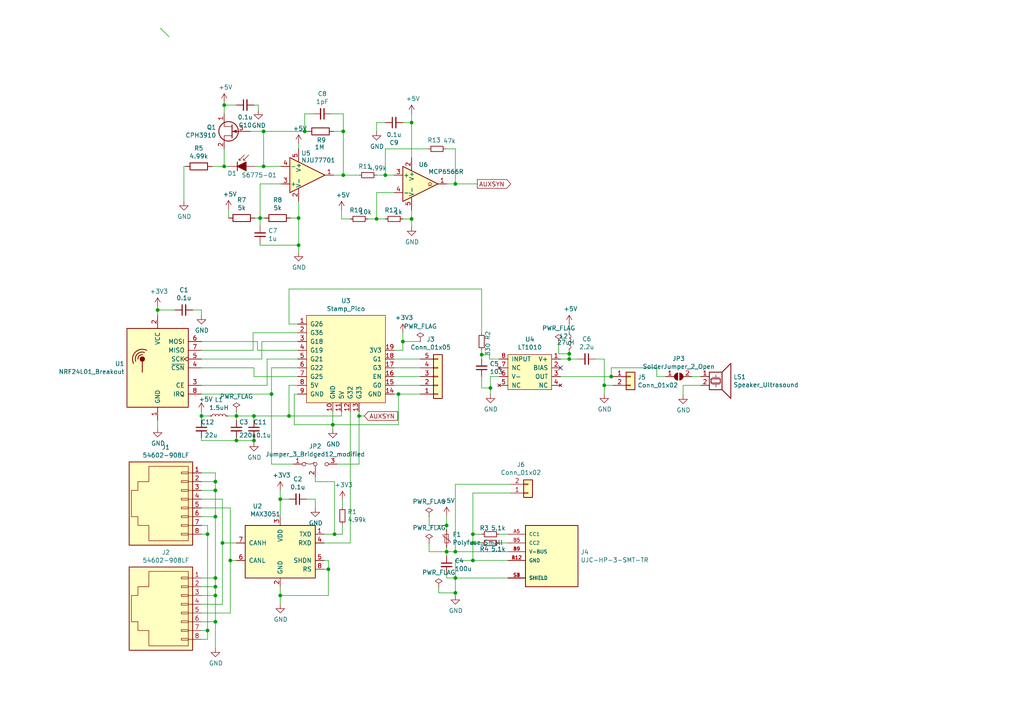
<source format=kicad_sch>
(kicad_sch (version 20220622) (generator eeschema)
  (paper "A4")
  (lib_symbols
    (symbol "Comparator:MCP6566R" (pin_names (offset 0.127))
      (property "Reference" "U" (at 0 5.08 0))
      (property "Value" "MCP6566R" (at 0 -5.08 0))
      (symbol "MCP6566R_0_1"
        (pin power_in line (at -2.54 7.62 270) (length 3.81) (name "V+") (number "2"))
        (pin power_in line (at -2.54 -7.62 90) (length 3.81) (name "V-") (number "5"))
      )
      (symbol "MCP6566R_1_1"
        (pin open_collector line (at 7.62 0 180) (length 2.54) (name "~") (number "1"))
        (pin input line (at -7.62 2.54 0) (length 2.54) (name "+") (number "3"))
        (pin input line (at -7.62 -2.54 0) (length 2.54) (name "-") (number "4"))
      )
    )
    (symbol "Connector_Generic:Conn_01x02" (pin_names (offset 1.016) hide)
      (property "Reference" "J" (at 0 2.54 0))
      (property "Value" "Conn_01x02" (at 0 -5.08 0))
      (symbol "Conn_01x02_1_1"
        (pin passive line (at -5.08 0 0) (length 3.81) (name "Pin_1") (number "1"))
        (pin passive line (at -5.08 -2.54 0) (length 3.81) (name "Pin_2") (number "2"))
      )
    )
    (symbol "Connector_Generic:Conn_01x05" (pin_names (offset 1.016) hide)
      (property "Reference" "J" (at 0 7.62 0))
      (property "Value" "Conn_01x05" (at 0 -7.62 0))
      (symbol "Conn_01x05_1_1"
        (pin passive line (at -5.08 5.08 0) (length 3.81) (name "Pin_1") (number "1"))
        (pin passive line (at -5.08 2.54 0) (length 3.81) (name "Pin_2") (number "2"))
        (pin passive line (at -5.08 0 0) (length 3.81) (name "Pin_3") (number "3"))
        (pin passive line (at -5.08 -2.54 0) (length 3.81) (name "Pin_4") (number "4"))
        (pin passive line (at -5.08 -5.08 0) (length 3.81) (name "Pin_5") (number "5"))
      )
    )
    (symbol "Device:C_Small" (pin_numbers hide) (pin_names (offset 0.254) hide)
      (property "Reference" "C" (at 0.254 1.778 0))
      (property "Value" "C_Small" (at 0.254 -2.032 0))
      (symbol "C_Small_1_1"
        (pin passive line (at 0 2.54 270) (length 2.032) (name "~") (number "1"))
        (pin passive line (at 0 -2.54 90) (length 2.032) (name "~") (number "2"))
      )
    )
    (symbol "Device:L_Small" (pin_numbers hide) (pin_names (offset 0.254) hide)
      (property "Reference" "L" (at 0.762 1.016 0))
      (property "Value" "L_Small" (at 0.762 -1.016 0))
      (symbol "L_Small_1_1"
        (pin passive line (at 0 2.54 270) (length 0.508) (name "~") (number "1"))
        (pin passive line (at 0 -2.54 90) (length 0.508) (name "~") (number "2"))
      )
    )
    (symbol "Device:Polyfuse_Small" (pin_numbers hide) (pin_names (offset 0))
      (property "Reference" "F" (at -1.905 0 90))
      (property "Value" "Polyfuse_Small" (at 1.905 0 90))
      (symbol "Polyfuse_Small_1_1"
        (pin passive line (at 0 2.54 270) (length 0.635) (name "~") (number "1"))
        (pin passive line (at 0 -2.54 90) (length 0.635) (name "~") (number "2"))
      )
    )
    (symbol "Device:Q_NJFET_DSG" (pin_names (offset 0) hide)
      (property "Reference" "Q" (at 5.08 1.27 0))
      (property "Value" "Q_NJFET_DSG" (at 5.08 -1.27 0))
      (symbol "Q_NJFET_DSG_1_1"
        (pin passive line (at 2.54 5.08 270) (length 2.54) (name "D") (number "1"))
        (pin passive line (at 2.54 -5.08 90) (length 2.54) (name "S") (number "2"))
        (pin input line (at -5.08 0 0) (length 5.334) (name "G") (number "3"))
      )
    )
    (symbol "Device:R" (pin_numbers hide) (pin_names (offset 0))
      (property "Reference" "R" (at 2.032 0 90))
      (property "Value" "R" (at 0 0 90))
      (symbol "R_1_1"
        (pin passive line (at 0 3.81 270) (length 1.27) (name "~") (number "1"))
        (pin passive line (at 0 -3.81 90) (length 1.27) (name "~") (number "2"))
      )
    )
    (symbol "Device:R_Small" (pin_numbers hide) (pin_names (offset 0.254) hide)
      (property "Reference" "R" (at 0.762 0.508 0))
      (property "Value" "R_Small" (at 0.762 -1.016 0))
      (symbol "R_Small_1_1"
        (pin passive line (at 0 2.54 270) (length 0.762) (name "~") (number "1"))
        (pin passive line (at 0 -2.54 90) (length 0.762) (name "~") (number "2"))
      )
    )
    (symbol "Device:Speaker_Ultrasound" (pin_names (offset 0) hide)
      (property "Reference" "LS" (at 0.635 5.715 0))
      (property "Value" "Speaker_Ultrasound" (at 0.635 3.81 0))
      (symbol "Speaker_Ultrasound_1_1"
        (pin input line (at -5.08 0 0) (length 2.54) (name "1") (number "1"))
        (pin input line (at -5.08 -2.54 0) (length 2.54) (name "2") (number "2"))
      )
    )
    (symbol "Interface_UART:MAX3051" (pin_names (offset 1.016))
      (property "Reference" "U" (at -10.16 8.89 0))
      (property "Value" "MAX3051" (at 2.54 8.89 0))
      (symbol "MAX3051_1_1"
        (pin input line (at -12.7 5.08 0) (length 2.54) (name "TXD") (number "1"))
        (pin power_in line (at 0 -10.16 90) (length 2.54) (name "GND") (number "2"))
        (pin power_in line (at 0 10.16 270) (length 2.54) (name "VDD") (number "3"))
        (pin output line (at -12.7 2.54 0) (length 2.54) (name "RXD") (number "4"))
        (pin input line (at -12.7 -2.54 0) (length 2.54) (name "SHDN") (number "5"))
        (pin bidirectional line (at 12.7 -2.54 180) (length 2.54) (name "CANL") (number "6"))
        (pin bidirectional line (at 12.7 2.54 180) (length 2.54) (name "CANH") (number "7"))
        (pin input line (at -12.7 -5.08 0) (length 2.54) (name "RS") (number "8"))
      )
    )
    (symbol "Jumper:SolderJumper_2_Open" (pin_names (offset 0) hide)
      (property "Reference" "JP" (at 0 2.032 0))
      (property "Value" "SolderJumper_2_Open" (at 0 -2.54 0))
      (symbol "SolderJumper_2_Open_1_1"
        (pin passive line (at -3.81 0 0) (length 2.54) (name "A") (number "1"))
        (pin passive line (at 3.81 0 180) (length 2.54) (name "B") (number "2"))
      )
    )
    (symbol "LT1010:LT1010" (pin_names (offset 1.016))
      (property "Reference" "U" (at -6.35 6.35 0))
      (property "Value" "LT1010" (at 0 6.35 0))
      (symbol "LT1010_1_1"
        (pin power_in line (at -8.89 2.54 0) (length 2.54) (name "V+") (number "1"))
        (pin unspecified line (at -8.89 0 0) (length 2.54) (name "BIAS") (number "2"))
        (pin output line (at -8.89 -2.54 0) (length 2.54) (name "OUT") (number "3"))
        (pin no_connect line (at -8.89 -5.08 0) (length 2.54) (name "NC") (number "4"))
        (pin no_connect line (at 8.89 -5.08 180) (length 2.54) (name "NC") (number "5"))
        (pin power_in line (at 8.89 -2.54 180) (length 2.54) (name "V-") (number "6"))
        (pin no_connect line (at 8.89 0 180) (length 2.54) (name "NC") (number "7"))
        (pin input line (at 8.89 2.54 180) (length 2.54) (name "INPUT") (number "8"))
      )
    )
    (symbol "RF:NRF24L01_Breakout" (pin_names (offset 1.016))
      (property "Reference" "U" (at -8.89 12.7 0))
      (property "Value" "NRF24L01_Breakout" (at 3.81 12.7 0))
      (symbol "NRF24L01_Breakout_1_1"
        (pin power_in line (at 0 -15.24 90) (length 3.81) (name "GND") (number "1"))
        (pin power_in line (at 0 15.24 270) (length 3.81) (name "VCC") (number "2"))
        (pin input line (at -12.7 -5.08 0) (length 3.81) (name "CE") (number "3"))
        (pin input line (at -12.7 0 0) (length 3.81) (name "~{CSN}") (number "4"))
        (pin input clock (at -12.7 2.54 0) (length 3.81) (name "SCK") (number "5"))
        (pin input line (at -12.7 7.62 0) (length 3.81) (name "MOSI") (number "6"))
        (pin output line (at -12.7 5.08 0) (length 3.81) (name "MISO") (number "7"))
        (pin output line (at -12.7 -7.62 0) (length 3.81) (name "IRQ") (number "8"))
      )
    )
    (symbol "m5stamp:Stamp_Pico" (pin_names (offset 1.016))
      (property "Reference" "U" (at -10.16 16.51 0))
      (property "Value" "Stamp_Pico" (at -5.08 13.97 0))
      (symbol "Stamp_Pico_1_1"
        (pin bidirectional line (at -13.97 10.16 0) (length 2.54) (name "G26") (number "1"))
        (pin power_in line (at -3.81 -15.24 90) (length 2.54) (name "GND") (number "10"))
        (pin power_in line (at -1.27 -15.24 90) (length 2.54) (name "5V") (number "11"))
        (pin bidirectional line (at 1.27 -15.24 90) (length 2.54) (name "G32") (number "12"))
        (pin bidirectional line (at 3.81 -15.24 90) (length 2.54) (name "G33") (number "13"))
        (pin power_in line (at 13.97 -10.16 180) (length 2.54) (name "GND") (number "14"))
        (pin bidirectional line (at 13.97 -7.62 180) (length 2.54) (name "G0") (number "15"))
        (pin bidirectional line (at 13.97 -5.08 180) (length 2.54) (name "EN") (number "16"))
        (pin bidirectional line (at 13.97 -2.54 180) (length 2.54) (name "G3") (number "17"))
        (pin bidirectional line (at 13.97 0 180) (length 2.54) (name "G1") (number "18"))
        (pin power_in line (at 13.97 2.54 180) (length 2.54) (name "3V3") (number "19"))
        (pin bidirectional line (at -13.97 7.62 0) (length 2.54) (name "G36") (number "2"))
        (pin bidirectional line (at -13.97 5.08 0) (length 2.54) (name "G18") (number "3"))
        (pin bidirectional line (at -13.97 2.54 0) (length 2.54) (name "G19") (number "4"))
        (pin bidirectional line (at -13.97 0 0) (length 2.54) (name "G21") (number "5"))
        (pin bidirectional line (at -13.97 -2.54 0) (length 2.54) (name "G22") (number "6"))
        (pin bidirectional line (at -13.97 -5.08 0) (length 2.54) (name "G25") (number "7"))
        (pin power_in line (at -13.97 -7.62 0) (length 2.54) (name "5V") (number "8"))
        (pin power_in line (at -13.97 -10.16 0) (length 2.54) (name "GND") (number "9"))
      )
    )
    (symbol "power:+3V3" (power) (pin_names (offset 0))
      (property "Value" "+3V3" (at 0 3.556 0))
      (symbol "+3V3_1_1"
        (pin power_in line (at 0 0 90) (length 0) hide (name "+3V3") (number "1"))
      )
    )
    (symbol "power:+5V" (power) (pin_names (offset 0))
      (property "Value" "+5V" (at 0 3.556 0))
      (symbol "+5V_1_1"
        (pin power_in line (at 0 0 90) (length 0) hide (name "+5V") (number "1"))
      )
    )
    (symbol "power:GND" (power) (pin_names (offset 0))
      (property "Value" "GND" (at 0 -3.81 0))
      (symbol "GND_1_1"
        (pin power_in line (at 0 0 270) (length 0) hide (name "GND") (number "1"))
      )
    )
    (symbol "power:PWR_FLAG" (power) (pin_numbers hide) (pin_names (offset 0) hide)
      (property "Value" "PWR_FLAG" (at 0 3.81 0))
      (symbol "PWR_FLAG_0_0"
        (pin power_out line (at 0 0 90) (length 0) (name "pwr") (number "1"))
      )
    )
    (symbol "rj45:54602-908LF" (pin_names (offset 1.016))
      (property "Reference" "J" (at -10.922 9.144 0))
      (property "Value" "54602-908LF" (at 1.27 -2.032 0))
      (symbol "54602-908LF_1_1"
        (pin passive line (at -7.62 10.16 270) (length 2.54) (name "~") (number "1"))
        (pin passive line (at -5.08 10.16 270) (length 2.54) (name "~") (number "2"))
        (pin passive line (at -2.54 10.16 270) (length 2.54) (name "~") (number "3"))
        (pin passive line (at 0 10.16 270) (length 2.54) (name "~") (number "4"))
        (pin passive line (at 2.54 10.16 270) (length 2.54) (name "~") (number "5"))
        (pin passive line (at 5.08 10.16 270) (length 2.54) (name "~") (number "6"))
        (pin passive line (at 7.62 10.16 270) (length 2.54) (name "~") (number "7"))
        (pin passive line (at 10.16 10.16 270) (length 2.54) (name "~") (number "8"))
      )
    )
    (symbol "syncricket-rescue:D_Photo_ALT-Device" (pin_numbers hide) (pin_names hide)
      (property "Reference" "D" (at 0.508 1.778 0))
      (property "Value" "D_Photo_ALT-Device" (at -1.016 -2.794 0))
      (symbol "D_Photo_ALT-Device_1_1"
        (pin passive line (at -5.08 0 0) (length 2.54) (name "K") (number "1"))
        (pin passive line (at 2.54 0 180) (length 2.54) (name "A") (number "2"))
      )
    )
    (symbol "usbcpow:Jumper_3_Bridged12_modified" (pin_names (offset 0) hide)
      (property "Reference" "JP" (at -2.54 -2.54 0))
      (property "Value" "Jumper_3_Bridged12_modified" (at 0 2.794 0))
      (symbol "Jumper_3_Bridged12_modified_1_1"
        (pin passive line (at -6.35 0 0) (length 2.54) (name "A") (number "1"))
        (pin output line (at 0 -3.81 90) (length 2.54) (name "C") (number "2"))
        (pin passive line (at 6.35 0 180) (length 2.54) (name "B") (number "3"))
      )
    )
    (symbol "usbcpow:NJU77701" (pin_names (offset 0.127))
      (property "Reference" "U" (at -1.27 6.35 0))
      (property "Value" "NJU77701" (at -1.27 3.81 0))
      (symbol "NJU77701_0_1"
        (pin power_in line (at -2.54 -7.62 90) (length 3.81) (name "V-") (number "2"))
        (pin power_in line (at -2.54 7.62 270) (length 3.81) (name "V+") (number "5"))
      )
      (symbol "NJU77701_1_1"
        (pin output line (at 7.62 0 180) (length 2.54) (name "~") (number "1"))
        (pin input line (at -7.62 -2.54 0) (length 2.54) (name "+") (number "3"))
        (pin input line (at -7.62 2.54 0) (length 2.54) (name "-") (number "4"))
      )
    )
    (symbol "usbcpow:UJC-HP-3-SMT-TR" (pin_names (offset 1.016))
      (property "Reference" "J" (at -7.62 8.89 0))
      (property "Value" "UJC-HP-3-SMT-TR" (at -7.62 -11.43 0))
      (symbol "UJC-HP-3-SMT-TR_0_0"
        (pin power_in line (at -12.7 -2.54 0) (length 5.08) (name "GND") (number "A12"))
        (pin bidirectional line (at -12.7 5.08 0) (length 5.08) (name "CC1") (number "A5"))
        (pin power_in line (at -12.7 0 0) (length 5.08) (name "V-BUS") (number "A9"))
        (pin power_in line (at -12.7 -2.54 0) (length 5.08) (name "GND") (number "B12"))
        (pin bidirectional line (at -12.7 2.54 0) (length 5.08) (name "CC2") (number "B5"))
        (pin power_in line (at -12.7 0 0) (length 5.08) (name "V-BUS") (number "B9"))
        (pin passive line (at -12.7 -7.62 0) (length 5.08) (name "SHIELD") (number "S1"))
        (pin passive line (at -12.7 -7.62 0) (length 5.08) (name "SHIELD") (number "S2"))
        (pin passive line (at -12.7 -7.62 0) (length 5.08) (name "SHIELD") (number "S3"))
        (pin passive line (at -12.7 -7.62 0) (length 5.08) (name "SHIELD") (number "S4"))
      )
    )
  )
  (junction (at 132.08 167.64))
  (junction (at 76.454 48.26))
  (junction (at 62.484 142.24))
  (junction (at 78.74 114.3))
  (junction (at 165.1 104.14))
  (junction (at 119.38 63.5))
  (junction (at 68.58 127.762))
  (junction (at 45.72 89.916))
  (junction (at 104.14 120.65))
  (junction (at 62.484 172.72))
  (junction (at 109.22 63.5))
  (junction (at 97.028 154.94))
  (junction (at 75.438 63.246))
  (junction (at 175.26 111.76))
  (junction (at 60.198 154.94))
  (junction (at 65.024 48.26))
  (junction (at 81.28 172.72))
  (junction (at 116.84 99.06))
  (junction (at 111.76 50.8))
  (junction (at 83.82 120.65))
  (junction (at 58.42 120.65))
  (junction (at 62.484 139.7))
  (junction (at 81.28 144.78))
  (junction (at 165.1 102.616))
  (junction (at 73.66 127.762))
  (junction (at 62.484 180.34))
  (junction (at 142.24 112.522))
  (junction (at 62.484 170.18))
  (junction (at 64.516 157.48))
  (junction (at 73.66 120.65))
  (junction (at 137.16 162.56))
  (junction (at 129.54 152.4))
  (junction (at 65.024 30.48))
  (junction (at 137.16 157.48))
  (junction (at 132.08 53.34))
  (junction (at 76.454 38.1))
  (junction (at 99.568 38.1))
  (junction (at 62.484 167.64))
  (junction (at 60.198 182.88))
  (junction (at 96.52 123.19))
  (junction (at 177.292 109.22))
  (junction (at 99.568 50.8))
  (junction (at 86.614 71.12))
  (junction (at 132.08 171.958))
  (junction (at 68.58 120.65))
  (junction (at 137.16 154.94))
  (junction (at 86.614 63.246))
  (junction (at 88.392 38.1))
  (junction (at 119.38 35.56))
  (junction (at 139.7 102.87))
  (junction (at 62.484 149.86))
  (junction (at 129.54 160.02))
  (junction (at 115.57 114.3))
  (junction (at 95.25 165.1))
  (junction (at 132.08 160.02))
  (junction (at 66.802 162.56))
  (no_connect (at 162.56 106.68))
  (bus_entry (at 46.482 8.128) (size 2.54 2.54))
  (wire (pts (xy 58.42 121.92) (xy 58.42 120.65)))
  (wire (pts (xy 132.08 162.56) (xy 132.08 167.64)))
  (wire (pts (xy 175.26 104.14) (xy 172.72 104.14)))
  (wire (pts (xy 95.25 165.1) (xy 95.25 172.72)))
  (wire (pts (xy 139.7 157.48) (xy 137.16 157.48)))
  (wire (pts (xy 124.206 43.18) (xy 111.76 43.18)))
  (wire (pts (xy 58.42 99.06) (xy 74.676 99.06)))
  (wire (pts (xy 66.802 177.8) (xy 58.42 177.8)))
  (wire (pts (xy 95.25 172.72) (xy 81.28 172.72)))
  (wire (pts (xy 58.42 89.916) (xy 58.42 91.44)))
  (wire (pts (xy 64.516 144.78) (xy 64.516 157.48)))
  (wire (pts (xy 83.82 111.76) (xy 83.82 120.65)))
  (wire (pts (xy 99.568 50.8) (xy 99.568 38.1)))
  (wire (pts (xy 45.72 121.92) (xy 45.72 124.206)))
  (wire (pts (xy 93.98 165.1) (xy 95.25 165.1)))
  (wire (pts (xy 116.84 63.5) (xy 119.38 63.5)))
  (wire (pts (xy 58.42 170.18) (xy 62.484 170.18)))
  (wire (pts (xy 177.292 109.22) (xy 162.56 109.22)))
  (wire (pts (xy 66.04 120.65) (xy 68.58 120.65)))
  (wire (pts (xy 58.42 167.64) (xy 62.484 167.64)))
  (wire (pts (xy 142.24 112.522) (xy 142.24 114.3)))
  (wire (pts (xy 137.16 162.56) (xy 147.32 162.56)))
  (wire (pts (xy 62.484 149.86) (xy 62.484 167.64)))
  (wire (pts (xy 90.932 33.02) (xy 88.392 33.02)))
  (wire (pts (xy 109.22 55.88) (xy 109.22 63.5)))
  (wire (pts (xy 58.42 104.14) (xy 75.946 104.14)))
  (wire (pts (xy 86.36 106.68) (xy 78.74 106.68)))
  (wire (pts (xy 116.84 101.6) (xy 114.3 101.6)))
  (wire (pts (xy 96.52 119.38) (xy 96.52 123.19)))
  (wire (pts (xy 114.3 114.3) (xy 115.57 114.3)))
  (wire (pts (xy 198.12 114.554) (xy 198.12 111.76)))
  (wire (pts (xy 132.08 167.64) (xy 147.32 167.64)))
  (wire (pts (xy 86.36 93.98) (xy 83.82 93.98)))
  (wire (pts (xy 93.98 157.48) (xy 101.6 157.48)))
  (wire (pts (xy 99.568 38.1) (xy 99.568 33.02)))
  (wire (pts (xy 77.47 104.14) (xy 77.47 111.76)))
  (wire (pts (xy 129.54 160.02) (xy 132.08 160.02)))
  (wire (pts (xy 109.22 50.8) (xy 111.76 50.8)))
  (wire (pts (xy 73.66 127.762) (xy 68.58 127.762)))
  (wire (pts (xy 132.08 171.958) (xy 132.08 172.72)))
  (wire (pts (xy 116.84 99.06) (xy 116.84 101.6)))
  (wire (pts (xy 50.8 89.916) (xy 45.72 89.916)))
  (wire (pts (xy 62.484 137.16) (xy 62.484 139.7)))
  (wire (pts (xy 127.254 170.434) (xy 127.254 171.958)))
  (wire (pts (xy 60.198 182.88) (xy 58.42 182.88)))
  (wire (pts (xy 109.22 35.56) (xy 109.22 38.1)))
  (wire (pts (xy 99.314 147.066) (xy 99.314 145.034)))
  (wire (pts (xy 132.08 53.34) (xy 138.43 53.34)))
  (wire (pts (xy 83.82 93.98) (xy 83.82 83.82)))
  (wire (pts (xy 73.406 96.52) (xy 86.36 96.52)))
  (wire (pts (xy 115.57 123.19) (xy 96.52 123.19)))
  (wire (pts (xy 81.28 170.18) (xy 81.28 172.72)))
  (wire (pts (xy 91.44 138.43) (xy 91.44 139.7)))
  (wire (pts (xy 139.7 101.6) (xy 139.7 102.87)))
  (wire (pts (xy 55.88 89.916) (xy 58.42 89.916)))
  (wire (pts (xy 83.82 83.82) (xy 139.7 83.82)))
  (wire (pts (xy 58.42 119.38) (xy 58.42 120.65)))
  (wire (pts (xy 86.614 71.12) (xy 86.614 73.152)))
  (wire (pts (xy 85.344 123.19) (xy 96.52 123.19)))
  (wire (pts (xy 119.38 35.56) (xy 119.38 33.02)))
  (wire (pts (xy 116.84 35.56) (xy 119.38 35.56)))
  (wire (pts (xy 45.72 89.916) (xy 45.72 91.44)))
  (wire (pts (xy 58.42 127) (xy 58.42 127.762)))
  (wire (pts (xy 74.93 30.48) (xy 74.93 32.004)))
  (wire (pts (xy 75.438 71.12) (xy 86.614 71.12)))
  (wire (pts (xy 165.1 104.14) (xy 167.64 104.14)))
  (wire (pts (xy 93.98 162.56) (xy 95.25 162.56)))
  (wire (pts (xy 177.8 109.22) (xy 177.292 109.22)))
  (wire (pts (xy 132.08 160.02) (xy 147.32 160.02)))
  (wire (pts (xy 93.98 154.94) (xy 97.028 154.94)))
  (wire (pts (xy 116.84 99.06) (xy 121.92 99.06)))
  (wire (pts (xy 86.614 63.246) (xy 86.614 71.12)))
  (wire (pts (xy 109.22 63.5) (xy 106.68 63.5)))
  (wire (pts (xy 111.76 50.8) (xy 114.3 50.8)))
  (wire (pts (xy 64.516 175.26) (xy 58.42 175.26)))
  (wire (pts (xy 66.294 48.26) (xy 65.024 48.26)))
  (wire (pts (xy 114.3 106.68) (xy 121.92 106.68)))
  (wire (pts (xy 177.292 106.68) (xy 190.5 106.68)))
  (wire (pts (xy 68.58 127.762) (xy 68.58 127)))
  (wire (pts (xy 53.848 48.26) (xy 53.34 48.26)))
  (wire (pts (xy 129.54 167.64) (xy 132.08 167.64)))
  (wire (pts (xy 86.36 104.14) (xy 77.47 104.14)))
  (wire (pts (xy 58.42 149.86) (xy 62.484 149.86)))
  (wire (pts (xy 132.08 53.34) (xy 132.08 43.18)))
  (wire (pts (xy 119.38 45.72) (xy 119.38 35.56)))
  (wire (pts (xy 81.28 144.78) (xy 81.28 142.24)))
  (wire (pts (xy 139.7 102.87) (xy 139.7 104.14)))
  (wire (pts (xy 75.438 63.246) (xy 75.438 65.532)))
  (wire (pts (xy 81.28 172.72) (xy 81.28 175.26)))
  (wire (pts (xy 76.454 38.1) (xy 72.644 38.1)))
  (wire (pts (xy 114.3 55.88) (xy 109.22 55.88)))
  (wire (pts (xy 78.74 106.68) (xy 78.74 114.3)))
  (wire (pts (xy 75.438 70.612) (xy 75.438 71.12)))
  (wire (pts (xy 175.26 111.76) (xy 175.26 104.14)))
  (wire (pts (xy 68.58 157.48) (xy 64.516 157.48)))
  (wire (pts (xy 137.16 157.48) (xy 137.16 162.56)))
  (wire (pts (xy 129.54 149.606) (xy 129.54 152.4)))
  (wire (pts (xy 81.534 53.34) (xy 75.438 53.34)))
  (wire (pts (xy 99.06 119.38) (xy 99.06 120.65)))
  (wire (pts (xy 96.774 50.8) (xy 99.568 50.8)))
  (wire (pts (xy 81.28 149.86) (xy 81.28 144.78)))
  (wire (pts (xy 86.36 111.76) (xy 83.82 111.76)))
  (wire (pts (xy 132.08 167.64) (xy 132.08 171.958)))
  (wire (pts (xy 129.54 166.37) (xy 129.54 167.64)))
  (wire (pts (xy 73.66 127) (xy 73.66 127.762)))
  (wire (pts (xy 132.08 162.56) (xy 137.16 162.56)))
  (wire (pts (xy 124.46 152.4) (xy 129.54 152.4)))
  (wire (pts (xy 124.46 149.86) (xy 124.46 152.4)))
  (wire (pts (xy 73.66 120.65) (xy 83.82 120.65)))
  (wire (pts (xy 58.42 137.16) (xy 62.484 137.16)))
  (wire (pts (xy 62.484 170.18) (xy 62.484 172.72)))
  (wire (pts (xy 66.802 162.56) (xy 66.802 177.8)))
  (wire (pts (xy 65.024 29.718) (xy 65.024 30.48)))
  (wire (pts (xy 165.1 93.98) (xy 165.1 96.52)))
  (wire (pts (xy 111.76 35.56) (xy 109.22 35.56)))
  (wire (pts (xy 75.438 63.246) (xy 76.708 63.246)))
  (wire (pts (xy 91.44 139.7) (xy 97.028 139.7)))
  (wire (pts (xy 60.198 185.42) (xy 60.198 182.88)))
  (wire (pts (xy 124.46 160.02) (xy 124.46 157.48)))
  (wire (pts (xy 45.72 88.9) (xy 45.72 89.916)))
  (wire (pts (xy 101.6 157.48) (xy 101.6 119.38)))
  (wire (pts (xy 141.986 102.87) (xy 139.7 102.87)))
  (wire (pts (xy 97.028 154.94) (xy 99.314 154.94)))
  (wire (pts (xy 132.08 160.02) (xy 132.08 140.462)))
  (wire (pts (xy 65.024 30.48) (xy 65.024 33.02)))
  (wire (pts (xy 73.914 63.246) (xy 75.438 63.246)))
  (wire (pts (xy 190.5 106.68) (xy 190.5 109.22)))
  (wire (pts (xy 84.328 63.246) (xy 86.614 63.246)))
  (wire (pts (xy 74.676 99.06) (xy 74.676 101.6)))
  (wire (pts (xy 129.54 160.02) (xy 129.54 158.75)))
  (wire (pts (xy 73.66 127.762) (xy 73.66 128.27)))
  (wire (pts (xy 73.914 48.26) (xy 76.454 48.26)))
  (wire (pts (xy 147.32 154.94) (xy 144.78 154.94)))
  (wire (pts (xy 175.26 114.3) (xy 175.26 111.76)))
  (wire (pts (xy 99.568 50.8) (xy 104.14 50.8)))
  (wire (pts (xy 62.484 172.72) (xy 62.484 180.34)))
  (wire (pts (xy 137.16 143.002) (xy 148.082 143.002)))
  (wire (pts (xy 62.484 180.34) (xy 62.484 187.96)))
  (wire (pts (xy 89.154 38.1) (xy 88.392 38.1)))
  (wire (pts (xy 58.42 120.65) (xy 60.96 120.65)))
  (wire (pts (xy 58.42 152.4) (xy 60.198 152.4)))
  (wire (pts (xy 64.516 157.48) (xy 64.516 175.26)))
  (wire (pts (xy 132.08 43.18) (xy 129.286 43.18)))
  (wire (pts (xy 73.406 96.52) (xy 73.406 101.6)))
  (wire (pts (xy 65.024 48.26) (xy 61.468 48.26)))
  (wire (pts (xy 139.7 109.22) (xy 139.7 112.522)))
  (wire (pts (xy 66.802 147.32) (xy 66.802 162.56)))
  (wire (pts (xy 75.438 53.34) (xy 75.438 63.246)))
  (wire (pts (xy 99.06 63.5) (xy 101.6 63.5)))
  (wire (pts (xy 83.82 144.78) (xy 81.28 144.78)))
  (wire (pts (xy 68.58 30.48) (xy 65.024 30.48)))
  (wire (pts (xy 91.44 144.78) (xy 91.44 147.32)))
  (wire (pts (xy 88.392 38.1) (xy 76.454 38.1)))
  (wire (pts (xy 139.7 112.522) (xy 142.24 112.522)))
  (wire (pts (xy 99.06 120.65) (xy 83.82 120.65)))
  (wire (pts (xy 62.484 142.24) (xy 62.484 149.86)))
  (wire (pts (xy 144.78 109.22) (xy 142.24 109.22)))
  (wire (pts (xy 73.66 30.48) (xy 74.93 30.48)))
  (wire (pts (xy 58.42 139.7) (xy 62.484 139.7)))
  (wire (pts (xy 139.7 96.52) (xy 139.7 83.82)))
  (wire (pts (xy 141.986 104.14) (xy 141.986 102.87)))
  (wire (pts (xy 142.24 109.22) (xy 142.24 112.522)))
  (wire (pts (xy 203.2 109.22) (xy 200.66 109.22)))
  (wire (pts (xy 58.42 185.42) (xy 60.198 185.42)))
  (wire (pts (xy 111.76 43.18) (xy 111.76 50.8)))
  (wire (pts (xy 75.946 104.14) (xy 75.946 99.06)))
  (wire (pts (xy 165.1 102.616) (xy 165.1 104.14)))
  (wire (pts (xy 129.54 53.34) (xy 132.08 53.34)))
  (wire (pts (xy 58.42 147.32) (xy 66.802 147.32)))
  (wire (pts (xy 127.254 171.958) (xy 132.08 171.958)))
  (wire (pts (xy 105.664 120.65) (xy 104.14 120.65)))
  (wire (pts (xy 137.16 154.94) (xy 137.16 143.002)))
  (wire (pts (xy 99.06 60.96) (xy 99.06 63.5)))
  (wire (pts (xy 86.36 109.22) (xy 73.66 109.22)))
  (wire (pts (xy 190.5 109.22) (xy 193.04 109.22)))
  (wire (pts (xy 66.294 60.706) (xy 66.294 63.246)))
  (wire (pts (xy 129.54 160.02) (xy 124.46 160.02)))
  (wire (pts (xy 114.3 111.76) (xy 121.92 111.76)))
  (wire (pts (xy 119.38 60.96) (xy 119.38 63.5)))
  (wire (pts (xy 129.54 160.02) (xy 129.54 161.29)))
  (wire (pts (xy 58.42 142.24) (xy 62.484 142.24)))
  (wire (pts (xy 76.454 48.26) (xy 81.534 48.26)))
  (wire (pts (xy 68.58 119.38) (xy 68.58 120.65)))
  (wire (pts (xy 96.52 123.19) (xy 96.52 124.46)))
  (wire (pts (xy 115.57 114.3) (xy 115.57 123.19)))
  (wire (pts (xy 115.57 114.3) (xy 121.92 114.3)))
  (wire (pts (xy 165.1 102.616) (xy 162.052 102.616)))
  (wire (pts (xy 114.3 104.14) (xy 121.92 104.14)))
  (wire (pts (xy 114.3 109.22) (xy 121.92 109.22)))
  (wire (pts (xy 86.614 43.18) (xy 86.614 41.656)))
  (wire (pts (xy 75.946 99.06) (xy 86.36 99.06)))
  (wire (pts (xy 97.79 134.62) (xy 104.14 134.62)))
  (wire (pts (xy 58.42 180.34) (xy 62.484 180.34)))
  (wire (pts (xy 78.74 114.3) (xy 78.74 134.62)))
  (wire (pts (xy 60.198 152.4) (xy 60.198 154.94)))
  (wire (pts (xy 88.392 33.02) (xy 88.392 38.1)))
  (wire (pts (xy 99.568 33.02) (xy 96.012 33.02)))
  (wire (pts (xy 85.344 114.3) (xy 85.344 123.19)))
  (wire (pts (xy 78.74 114.3) (xy 58.42 114.3)))
  (wire (pts (xy 177.292 109.22) (xy 177.292 106.68)))
  (wire (pts (xy 147.32 157.48) (xy 144.78 157.48)))
  (wire (pts (xy 73.66 106.68) (xy 58.42 106.68)))
  (wire (pts (xy 68.58 120.65) (xy 73.66 120.65)))
  (wire (pts (xy 73.66 109.22) (xy 73.66 106.68)))
  (wire (pts (xy 97.028 139.7) (xy 97.028 154.94)))
  (wire (pts (xy 198.12 111.76) (xy 203.2 111.76)))
  (wire (pts (xy 74.676 101.6) (xy 86.36 101.6)))
  (wire (pts (xy 104.14 134.62) (xy 104.14 120.65)))
  (wire (pts (xy 144.78 104.14) (xy 141.986 104.14)))
  (wire (pts (xy 116.84 96.52) (xy 116.84 99.06)))
  (wire (pts (xy 73.66 121.92) (xy 73.66 120.65)))
  (wire (pts (xy 62.484 167.64) (xy 62.484 170.18)))
  (wire (pts (xy 111.76 63.5) (xy 109.22 63.5)))
  (wire (pts (xy 62.484 139.7) (xy 62.484 142.24)))
  (wire (pts (xy 139.7 154.94) (xy 137.16 154.94)))
  (wire (pts (xy 96.774 38.1) (xy 99.568 38.1)))
  (wire (pts (xy 58.42 127.762) (xy 68.58 127.762)))
  (wire (pts (xy 53.34 48.26) (xy 53.34 58.42)))
  (wire (pts (xy 58.42 144.78) (xy 64.516 144.78)))
  (wire (pts (xy 58.42 172.72) (xy 62.484 172.72)))
  (wire (pts (xy 129.54 152.4) (xy 129.54 153.67)))
  (wire (pts (xy 165.1 101.6) (xy 165.1 102.616)))
  (wire (pts (xy 162.56 104.14) (xy 165.1 104.14)))
  (wire (pts (xy 78.74 134.62) (xy 85.09 134.62)))
  (wire (pts (xy 175.26 111.76) (xy 177.8 111.76)))
  (wire (pts (xy 58.42 154.94) (xy 60.198 154.94)))
  (wire (pts (xy 99.314 154.94) (xy 99.314 152.146)))
  (wire (pts (xy 77.47 111.76) (xy 58.42 111.76)))
  (wire (pts (xy 73.406 101.6) (xy 58.42 101.6)))
  (wire (pts (xy 68.58 121.92) (xy 68.58 120.65)))
  (wire (pts (xy 68.58 162.56) (xy 66.802 162.56)))
  (wire (pts (xy 76.454 38.1) (xy 76.454 48.26)))
  (wire (pts (xy 162.052 102.616) (xy 162.052 99.568)))
  (wire (pts (xy 132.08 140.462) (xy 148.082 140.462)))
  (wire (pts (xy 86.614 58.42) (xy 86.614 63.246)))
  (wire (pts (xy 95.25 162.56) (xy 95.25 165.1)))
  (wire (pts (xy 88.9 144.78) (xy 91.44 144.78)))
  (wire (pts (xy 137.16 154.94) (xy 137.16 157.48)))
  (wire (pts (xy 60.198 154.94) (xy 60.198 182.88)))
  (wire (pts (xy 86.36 114.3) (xy 85.344 114.3)))
  (wire (pts (xy 104.14 120.65) (xy 104.14 119.38)))
  (wire (pts (xy 119.38 63.5) (xy 119.38 65.786)))
  (wire (pts (xy 65.024 43.18) (xy 65.024 48.26)))
  (global_label "AUXSYN" (shape input) (at 105.664 120.65 0) (property "Intersheetrefs" "${INTERSHEET_REFS}" (effects hide)))
  (global_label "AUXSYN" (shape output) (at 138.43 53.34 0) (property "Intersheetrefs" "${INTERSHEET_REFS}" (effects hide)))
  (symbol (lib_id "power:GND") (at 53.34 58.42 0) (unit 1)
    (default_instance (reference "U") (unit 1) (value "") (footprint ""))
    (property "Reference" "#PWR0103" (effects hide))
    (property "Value" "GND" (at 53.467 62.8142 0))
  )
  (symbol (lib_id "syncricket-rescue:D_Photo_ALT-Device") (at 71.374 48.26 0) (unit 1)
    (default_instance (reference "U") (unit 1) (value "") (footprint ""))
    (property "Reference" "D1" (at 67.31 50.292 0))
    (property "Value" "S6775-01" (at 75.184 50.8 0))
    (property "Footprint" "Diode_THT:D_T-1_P5.08mm_Horizontal" (effects hide))
  )
  (symbol (lib_id "Device:R") (at 92.964 38.1 270) (unit 1)
    (default_instance (reference "U") (unit 1) (value "") (footprint ""))
    (property "Reference" "R9" (at 93.218 40.64 90))
    (property "Value" "1M" (at 92.71 42.672 90))
    (property "Footprint" "Resistor_THT:R_Axial_DIN0204_L3.6mm_D1.6mm_P5.08mm_Horizontal" (effects hide))
  )
  (symbol (lib_id "Device:C_Small") (at 93.472 33.02 270) (unit 1)
    (default_instance (reference "U") (unit 1) (value "") (footprint ""))
    (property "Reference" "C8" (at 93.472 27.2034 90))
    (property "Value" "1pF" (at 93.472 29.5148 90))
    (property "Footprint" "Capacitor_THT:C_Disc_D4.7mm_W2.5mm_P5.00mm" (effects hide))
  )
  (symbol (lib_id "Device:R") (at 57.658 48.26 270) (unit 1)
    (default_instance (reference "U") (unit 1) (value "") (footprint ""))
    (property "Reference" "R5" (at 57.658 43.0022 90))
    (property "Value" "4.99k" (at 57.658 45.3136 90))
    (property "Footprint" "Resistor_SMD:R_0402_1005Metric_Pad0.72x0.64mm_HandSolder" (effects hide))
  )
  (symbol (lib_id "Device:R") (at 70.104 63.246 270) (unit 1)
    (default_instance (reference "U") (unit 1) (value "") (footprint ""))
    (property "Reference" "R7" (at 70.104 57.9882 90))
    (property "Value" "5k" (at 70.104 60.2996 90))
    (property "Footprint" "Resistor_SMD:R_0402_1005Metric_Pad0.72x0.64mm_HandSolder" (effects hide))
  )
  (symbol (lib_id "Device:R") (at 80.518 63.246 270) (unit 1)
    (default_instance (reference "U") (unit 1) (value "") (footprint ""))
    (property "Reference" "R8" (at 80.518 57.9882 90))
    (property "Value" "5k" (at 80.518 60.2996 90))
    (property "Footprint" "Resistor_SMD:R_0402_1005Metric_Pad0.72x0.64mm_HandSolder" (effects hide))
  )
  (symbol (lib_id "Device:C_Small") (at 75.438 68.072 180) (unit 1)
    (default_instance (reference "U") (unit 1) (value "") (footprint ""))
    (property "Reference" "C7" (at 77.7748 66.9036 0) (effects (justify right)))
    (property "Value" "1u" (at 77.7748 69.215 0) (effects (justify right)))
    (property "Footprint" "Capacitor_SMD:C_0402_1005Metric_Pad0.74x0.62mm_HandSolder" (effects hide))
  )
  (symbol (lib_id "power:GND") (at 86.614 73.152 0) (unit 1)
    (default_instance (reference "U") (unit 1) (value "") (footprint ""))
    (property "Reference" "#PWR0101" (effects hide))
    (property "Value" "GND" (at 86.741 77.5462 0))
  )
  (symbol (lib_id "m5stamp:Stamp_Pico") (at 100.33 104.14 0) (unit 1)
    (default_instance (reference "U") (unit 1) (value "") (footprint ""))
    (property "Reference" "U3" (at 100.33 87.249 0))
    (property "Value" "Stamp_Pico" (at 100.33 89.5604 0))
    (property "Footprint" "m5stamp:StampPico_template" (effects hide))
  )
  (symbol (lib_id "RF:NRF24L01_Breakout") (at 45.72 106.68 0) (mirror y) (unit 1)
    (default_instance (reference "U") (unit 1) (value "") (footprint ""))
    (property "Reference" "U1" (at 36.0934 105.5116 0) (effects (justify left)))
    (property "Value" "NRF24L01_Breakout" (at 36.0934 107.823 0) (effects (justify left)))
    (property "Footprint" "RF_Module:nRF24L01_Breakout" (effects hide))
    (property "Datasheet" "http://www.nordicsemi.com/eng/content/download/2730/34105/file/nRF24L01_Product_Specification_v2_0.pdf" (effects hide))
  )
  (symbol (lib_id "usbcpow:UJC-HP-3-SMT-TR") (at 160.02 160.02 0) (unit 1)
    (default_instance (reference "U") (unit 1) (value "") (footprint ""))
    (property "Reference" "J4" (at 168.402 160.1216 0) (effects (justify left)))
    (property "Value" "UJC-HP-3-SMT-TR" (at 168.402 162.433 0) (effects (justify left)))
    (property "Footprint" "CUI_UJC-HP-3-SMT-TR" (effects hide))
    (property "STANDARD" "Manufacturer recommendations" (effects hide))
    (property "PARTREV" "04/30/2020" (effects hide))
    (property "MANUFACTURER" "CUI Devices" (effects hide))
    (property "MAXIMUM_PACKAGE_HEIGHT" "3.16mm" (effects hide))
  )
  (symbol (lib_id "rj45:54602-908LF") (at 48.26 144.78 270) (unit 1)
    (default_instance (reference "U") (unit 1) (value "") (footprint ""))
    (property "Reference" "J1" (at 48.1076 129.7432 90))
    (property "Value" "54602-908LF" (at 48.1076 132.0546 90))
    (property "Footprint" "digikey-footprints:Ethernet_Jack_54602-908LF" (effects hide))
    (property "Digi-Key_PN" "609-1046-ND" (effects hide))
    (property "MPN" "54602-908LF" (effects hide))
    (property "Category" "Connectors, Interconnects" (effects hide))
    (property "Family" "Modular Connectors - Jacks" (effects hide))
    (property "DK_Detail_Page" "/product-detail/en/amphenol-icc-fci/54602-908LF/609-1046-ND/1001360" (effects hide))
    (property "Description" "CONN MOD JACK 8P8C R/A UNSHLD" (effects hide))
    (property "Manufacturer" "Amphenol ICC (FCI)" (effects hide))
    (property "Status" "Active" (effects hide))
  )
  (symbol (lib_id "rj45:54602-908LF") (at 48.26 175.26 270) (unit 1)
    (default_instance (reference "U") (unit 1) (value "") (footprint ""))
    (property "Reference" "J2" (at 48.1076 160.2232 90))
    (property "Value" "54602-908LF" (at 48.1076 162.5346 90))
    (property "Footprint" "digikey-footprints:Ethernet_Jack_54602-908LF" (effects hide))
    (property "Digi-Key_PN" "609-1046-ND" (effects hide))
    (property "MPN" "54602-908LF" (effects hide))
    (property "Category" "Connectors, Interconnects" (effects hide))
    (property "Family" "Modular Connectors - Jacks" (effects hide))
    (property "DK_Detail_Page" "/product-detail/en/amphenol-icc-fci/54602-908LF/609-1046-ND/1001360" (effects hide))
    (property "Description" "CONN MOD JACK 8P8C R/A UNSHLD" (effects hide))
    (property "Manufacturer" "Amphenol ICC (FCI)" (effects hide))
    (property "Status" "Active" (effects hide))
  )
  (symbol (lib_id "power:GND") (at 132.08 172.72 0) (unit 1)
    (default_instance (reference "U") (unit 1) (value "") (footprint ""))
    (property "Reference" "#PWR013" (effects hide))
    (property "Value" "GND" (at 132.207 177.1142 0))
  )
  (symbol (lib_id "power:+5V") (at 129.54 149.606 0) (unit 1)
    (default_instance (reference "U") (unit 1) (value "") (footprint ""))
    (property "Reference" "#PWR012" (effects hide))
    (property "Value" "+5V" (at 129.921 145.2118 0))
  )
  (symbol (lib_id "Device:Polyfuse_Small") (at 129.54 156.21 0) (unit 1)
    (default_instance (reference "U") (unit 1) (value "") (footprint ""))
    (property "Reference" "F1" (at 131.2672 155.0416 0) (effects (justify left)))
    (property "Value" "Polyfuse_Small" (at 131.2672 157.353 0) (effects (justify left)))
    (property "Footprint" "Resistor_SMD:R_0805_2012Metric_Pad1.20x1.40mm_HandSolder" (effects hide))
  )
  (symbol (lib_id "power:PWR_FLAG") (at 124.46 149.86 0) (unit 1)
    (default_instance (reference "U") (unit 1) (value "") (footprint ""))
    (property "Reference" "#FLG02" (effects hide))
    (property "Value" "PWR_FLAG" (at 124.46 145.4658 0))
  )
  (symbol (lib_id "power:PWR_FLAG") (at 127.254 170.434 0) (unit 1)
    (default_instance (reference "U") (unit 1) (value "") (footprint ""))
    (property "Reference" "#FLG03" (effects hide))
    (property "Value" "PWR_FLAG" (at 127.254 166.0398 0))
  )
  (symbol (lib_id "Device:Speaker_Ultrasound") (at 208.28 109.22 0) (unit 1)
    (default_instance (reference "U") (unit 1) (value "") (footprint ""))
    (property "Reference" "LS1" (at 212.6996 109.3216 0) (effects (justify left)))
    (property "Value" "Speaker_Ultrasound" (at 212.6996 111.633 0) (effects (justify left)))
    (property "Footprint" "digikey-footprints:Piezo_9x9mm_PKMCS0909E4000-R1" (effects hide))
  )
  (symbol (lib_id "power:GND") (at 81.28 175.26 0) (unit 1)
    (default_instance (reference "U") (unit 1) (value "") (footprint ""))
    (property "Reference" "#PWR07" (effects hide))
    (property "Value" "GND" (at 81.407 179.6542 0))
  )
  (symbol (lib_id "power:GND") (at 198.12 114.554 0) (unit 1)
    (default_instance (reference "U") (unit 1) (value "") (footprint ""))
    (property "Reference" "#PWR023" (effects hide))
    (property "Value" "GND" (at 198.247 118.9482 0))
  )
  (symbol (lib_id "power:+3V3") (at 116.84 96.52 0) (unit 1)
    (default_instance (reference "U") (unit 1) (value "") (footprint ""))
    (property "Reference" "#PWR011" (effects hide))
    (property "Value" "+3V3" (at 117.221 92.1258 0))
  )
  (symbol (lib_id "power:PWR_FLAG") (at 121.92 99.06 0) (unit 1)
    (default_instance (reference "U") (unit 1) (value "") (footprint ""))
    (property "Reference" "#FLG01" (effects hide))
    (property "Value" "PWR_FLAG" (at 121.92 94.6658 0))
  )
  (symbol (lib_id "power:+3V3") (at 45.72 88.9 0) (unit 1)
    (default_instance (reference "U") (unit 1) (value "") (footprint ""))
    (property "Reference" "#PWR01" (effects hide))
    (property "Value" "+3V3" (at 46.101 84.5058 0))
  )
  (symbol (lib_id "power:+3V3") (at 81.28 142.24 0) (unit 1)
    (default_instance (reference "U") (unit 1) (value "") (footprint ""))
    (property "Reference" "#PWR010" (effects hide))
    (property "Value" "+3V3" (at 81.661 137.8458 0))
  )
  (symbol (lib_id "Interface_UART:MAX3051") (at 81.28 160.02 0) (mirror y) (unit 1)
    (default_instance (reference "U") (unit 1) (value "") (footprint ""))
    (property "Reference" "U2" (at 74.676 146.812 0))
    (property "Value" "MAX3051" (at 76.962 149.098 0))
    (property "Footprint" "Package_SO:SOIC-8_3.9x4.9mm_P1.27mm" (effects hide))
    (property "Datasheet" "http://datasheets.maximintegrated.com/en/ds/MAX3051.pdf" (effects hide))
  )
  (symbol (lib_id "Jumper:SolderJumper_2_Open") (at 196.85 109.22 0) (unit 1)
    (default_instance (reference "U") (unit 1) (value "") (footprint ""))
    (property "Reference" "JP3" (at 196.85 104.013 0))
    (property "Value" "SolderJumper_2_Open" (at 196.85 106.3244 0))
    (property "Footprint" "Jumper:SolderJumper-2_P1.3mm_Open_RoundedPad1.0x1.5mm" (effects hide))
  )
  (symbol (lib_id "power:GND") (at 96.52 124.46 0) (unit 1)
    (default_instance (reference "U") (unit 1) (value "") (footprint ""))
    (property "Reference" "#PWR09" (effects hide))
    (property "Value" "GND" (at 96.647 128.8542 0))
  )
  (symbol (lib_id "power:+5V") (at 58.42 119.38 0) (unit 1)
    (default_instance (reference "U") (unit 1) (value "") (footprint ""))
    (property "Reference" "#PWR05" (effects hide))
    (property "Value" "+5V" (at 59.69 115.824 0))
  )
  (symbol (lib_id "Device:R_Small") (at 142.24 154.94 90) (unit 1)
    (default_instance (reference "U") (unit 1) (value "") (footprint ""))
    (property "Reference" "R3" (at 140.462 153.162 90))
    (property "Value" "5.1k" (at 144.526 153.162 90))
    (property "Footprint" "Resistor_SMD:R_0603_1608Metric_Pad0.98x0.95mm_HandSolder" (effects hide))
  )
  (symbol (lib_id "Device:R_Small") (at 142.24 157.48 90) (unit 1)
    (default_instance (reference "U") (unit 1) (value "") (footprint ""))
    (property "Reference" "R4" (at 140.462 159.258 90))
    (property "Value" "5.1k" (at 144.526 159.258 90))
    (property "Footprint" "Resistor_SMD:R_0603_1608Metric_Pad0.98x0.95mm_HandSolder" (effects hide))
  )
  (symbol (lib_id "power:GND") (at 45.72 124.206 0) (unit 1)
    (default_instance (reference "U") (unit 1) (value "") (footprint ""))
    (property "Reference" "#PWR02" (effects hide))
    (property "Value" "GND" (at 45.847 128.6002 0))
  )
  (symbol (lib_id "power:GND") (at 62.484 187.96 0) (unit 1)
    (default_instance (reference "U") (unit 1) (value "") (footprint ""))
    (property "Reference" "#PWR04" (effects hide))
    (property "Value" "GND" (at 62.611 192.3542 0))
  )
  (symbol (lib_id "Comparator:MCP6566R") (at 121.92 53.34 0) (unit 1)
    (default_instance (reference "U") (unit 1) (value "") (footprint ""))
    (property "Reference" "U6" (at 121.412 47.752 0) (effects (justify left)))
    (property "Value" "MCP6566R" (at 124.206 49.784 0) (effects (justify left)))
    (property "Footprint" "Package_TO_SOT_SMD:SOT-23-5" (effects hide))
    (property "Datasheet" "http://ww1.microchip.com/downloads/en/DeviceDoc/MCP6566-6R-6U-7-9-1.8V-Low-Power-Open-Drain-Output-Comparator-DS20002143G.pdf" (effects hide))
  )
  (symbol (lib_id "Device:R_Small") (at 126.746 43.18 270) (unit 1)
    (default_instance (reference "U") (unit 1) (value "") (footprint ""))
    (property "Reference" "R13" (at 123.952 40.64 90) (effects (justify left)))
    (property "Value" "47k" (at 128.524 40.894 90) (effects (justify left)))
    (property "Footprint" "Resistor_SMD:R_0603_1608Metric_Pad0.98x0.95mm_HandSolder" (effects hide))
  )
  (symbol (lib_id "Connector_Generic:Conn_01x05") (at 127 109.22 0) (mirror x) (unit 1)
    (default_instance (reference "U") (unit 1) (value "") (footprint ""))
    (property "Reference" "J3" (at 124.9172 98.425 0))
    (property "Value" "Conn_01x05" (at 124.9172 100.7364 0))
    (property "Footprint" "Connector_PinHeader_2.54mm:PinHeader_1x05_P2.54mm_Vertical" (effects hide))
  )
  (symbol (lib_id "Device:C_Small") (at 129.54 163.83 0) (unit 1)
    (default_instance (reference "U") (unit 1) (value "") (footprint ""))
    (property "Reference" "C4" (at 131.8768 162.6616 0) (effects (justify left)))
    (property "Value" "100u" (at 131.8768 164.973 0) (effects (justify left)))
    (property "Footprint" "Capacitor_SMD:C_1210_3225Metric_Pad1.33x2.70mm_HandSolder" (effects hide))
  )
  (symbol (lib_id "Device:C_Small") (at 86.36 144.78 270) (unit 1)
    (default_instance (reference "U") (unit 1) (value "") (footprint ""))
    (property "Reference" "C2" (at 86.36 138.9634 90))
    (property "Value" "0.1u" (at 86.36 141.2748 90))
    (property "Footprint" "Capacitor_SMD:C_0402_1005Metric_Pad0.74x0.62mm_HandSolder" (effects hide))
  )
  (symbol (lib_id "power:GND") (at 91.44 147.32 0) (unit 1)
    (default_instance (reference "U") (unit 1) (value "") (footprint ""))
    (property "Reference" "#PWR08" (effects hide))
    (property "Value" "GND" (at 91.567 151.7142 0))
  )
  (symbol (lib_id "Device:C_Small") (at 53.34 89.916 90) (unit 1)
    (default_instance (reference "U") (unit 1) (value "") (footprint ""))
    (property "Reference" "C1" (at 53.34 84.0994 90))
    (property "Value" "0.1u" (at 53.34 86.4108 90))
    (property "Footprint" "Capacitor_SMD:C_0402_1005Metric_Pad0.74x0.62mm_HandSolder" (effects hide))
  )
  (symbol (lib_id "power:GND") (at 58.42 91.44 0) (unit 1)
    (default_instance (reference "U") (unit 1) (value "") (footprint ""))
    (property "Reference" "#PWR03" (effects hide))
    (property "Value" "GND" (at 58.547 95.8342 0))
  )
  (symbol (lib_id "LT1010:LT1010") (at 153.67 106.68 0) (mirror y) (unit 1)
    (default_instance (reference "U") (unit 1) (value "") (footprint ""))
    (property "Reference" "U4" (at 153.67 98.425 0))
    (property "Value" "LT1010" (at 153.67 100.7364 0))
    (property "Footprint" "Package_DIP:DIP-8_W7.62mm_Socket" (effects hide))
  )
  (symbol (lib_id "power:GND") (at 142.24 114.3 0) (unit 1)
    (default_instance (reference "U") (unit 1) (value "") (footprint ""))
    (property "Reference" "#PWR014" (effects hide))
    (property "Value" "GND" (at 142.367 118.6942 0))
  )
  (symbol (lib_id "power:+5V") (at 165.1 93.98 0) (unit 1)
    (default_instance (reference "U") (unit 1) (value "") (footprint ""))
    (property "Reference" "#PWR015" (effects hide))
    (property "Value" "+5V" (at 165.481 89.5858 0))
  )
  (symbol (lib_id "Device:R_Small") (at 99.314 149.606 0) (unit 1)
    (default_instance (reference "U") (unit 1) (value "") (footprint ""))
    (property "Reference" "R1" (at 100.8126 148.4376 0) (effects (justify left)))
    (property "Value" "4.99k" (at 100.8126 150.749 0) (effects (justify left)))
    (property "Footprint" "Resistor_SMD:R_0402_1005Metric_Pad0.72x0.64mm_HandSolder" (effects hide))
  )
  (symbol (lib_id "power:+3V3") (at 99.314 145.034 0) (unit 1)
    (default_instance (reference "U") (unit 1) (value "") (footprint ""))
    (property "Reference" "#PWR06" (effects hide))
    (property "Value" "+3V3" (at 99.695 140.6398 0))
  )
  (symbol (lib_id "Device:R_Small") (at 139.7 99.06 0) (unit 1)
    (default_instance (reference "U") (unit 1) (value "") (footprint ""))
    (property "Reference" "R2" (at 141.478 97.282 90))
    (property "Value" "330" (at 141.478 101.346 90))
    (property "Footprint" "Resistor_THT:R_Axial_DIN0204_L3.6mm_D1.6mm_P5.08mm_Horizontal" (effects hide))
  )
  (symbol (lib_id "Device:C_Small") (at 114.3 35.56 90) (unit 1)
    (default_instance (reference "U") (unit 1) (value "") (footprint ""))
    (property "Reference" "C9" (at 114.3 41.3766 90))
    (property "Value" "0.1u" (at 114.3 39.0652 90))
    (property "Footprint" "Capacitor_SMD:C_0402_1005Metric_Pad0.74x0.62mm_HandSolder" (effects hide))
  )
  (symbol (lib_id "Device:C_Small") (at 139.7 106.68 180) (unit 1)
    (default_instance (reference "U") (unit 1) (value "") (footprint ""))
    (property "Reference" "C5" (at 142.0368 105.5116 0) (effects (justify right)))
    (property "Value" "103" (at 142.0368 107.823 0) (effects (justify right)))
    (property "Footprint" "Capacitor_SMD:C_0805_2012Metric_Pad1.18x1.45mm_HandSolder" (effects hide))
  )
  (symbol (lib_id "Connector_Generic:Conn_01x02") (at 182.88 109.22 0) (unit 1)
    (default_instance (reference "U") (unit 1) (value "") (footprint ""))
    (property "Reference" "J5" (at 184.912 109.4232 0) (effects (justify left)))
    (property "Value" "Conn_01x02" (at 184.912 111.7346 0) (effects (justify left)))
    (property "Footprint" "Connector_PinHeader_2.54mm:PinHeader_1x02_P2.54mm_Vertical" (effects hide))
  )
  (symbol (lib_id "power:GND") (at 175.26 114.3 0) (unit 1)
    (default_instance (reference "U") (unit 1) (value "") (footprint ""))
    (property "Reference" "#PWR016" (effects hide))
    (property "Value" "GND" (at 175.387 118.6942 0))
  )
  (symbol (lib_id "Device:C_Small") (at 71.12 30.48 90) (unit 1)
    (default_instance (reference "U") (unit 1) (value "") (footprint ""))
    (property "Reference" "C10" (at 71.12 36.2966 90))
    (property "Value" "0.1u" (at 71.12 33.9852 90))
    (property "Footprint" "Capacitor_SMD:C_0402_1005Metric_Pad0.74x0.62mm_HandSolder" (effects hide))
  )
  (symbol (lib_id "power:GND") (at 74.93 32.004 0) (unit 1)
    (default_instance (reference "U") (unit 1) (value "") (footprint ""))
    (property "Reference" "#PWR022" (effects hide))
    (property "Value" "GND" (at 75.057 36.3982 0))
  )
  (symbol (lib_id "Device:C_Small") (at 170.18 104.14 270) (unit 1)
    (default_instance (reference "U") (unit 1) (value "") (footprint ""))
    (property "Reference" "C6" (at 170.18 98.3234 90))
    (property "Value" "2.2u" (at 170.18 100.6348 90))
    (property "Footprint" "Capacitor_SMD:C_0402_1005Metric_Pad0.74x0.62mm_HandSolder" (effects hide))
  )
  (symbol (lib_id "power:+5V") (at 119.38 33.02 0) (unit 1)
    (default_instance (reference "U") (unit 1) (value "") (footprint ""))
    (property "Reference" "#PWR024" (effects hide))
    (property "Value" "+5V" (at 119.761 28.6258 0))
  )
  (symbol (lib_id "power:GND") (at 109.22 38.1 0) (unit 1)
    (default_instance (reference "U") (unit 1) (value "") (footprint ""))
    (property "Reference" "#PWR021" (effects hide))
    (property "Value" "GND" (at 109.347 42.4942 0))
  )
  (symbol (lib_id "power:GND") (at 119.38 65.786 0) (unit 1)
    (default_instance (reference "U") (unit 1) (value "") (footprint ""))
    (property "Reference" "#PWR025" (effects hide))
    (property "Value" "GND" (at 119.507 70.1802 0))
  )
  (symbol (lib_id "Device:R_Small") (at 104.14 63.5 270) (unit 1)
    (default_instance (reference "U") (unit 1) (value "") (footprint ""))
    (property "Reference" "R10" (at 101.346 60.96 90) (effects (justify left)))
    (property "Value" "10k" (at 104.14 61.468 90) (effects (justify left)))
    (property "Footprint" "Resistor_SMD:R_0402_1005Metric_Pad0.72x0.64mm_HandSolder" (effects hide))
  )
  (symbol (lib_id "Device:R_Small") (at 114.3 63.5 270) (unit 1)
    (default_instance (reference "U") (unit 1) (value "") (footprint ""))
    (property "Reference" "R12" (at 111.506 60.96 90) (effects (justify left)))
    (property "Value" "1k" (at 114.3 61.468 90) (effects (justify left)))
    (property "Footprint" "Resistor_SMD:R_0603_1608Metric_Pad0.98x0.95mm_HandSolder" (effects hide))
  )
  (symbol (lib_id "power:+5V") (at 99.06 60.96 0) (unit 1)
    (default_instance (reference "U") (unit 1) (value "") (footprint ""))
    (property "Reference" "#PWR020" (effects hide))
    (property "Value" "+5V" (at 99.441 56.5658 0))
  )
  (symbol (lib_id "Device:R_Small") (at 106.68 50.8 270) (unit 1)
    (default_instance (reference "U") (unit 1) (value "") (footprint ""))
    (property "Reference" "R11" (at 103.886 48.26 90) (effects (justify left)))
    (property "Value" "4.99k" (at 106.68 48.768 90) (effects (justify left)))
    (property "Footprint" "Resistor_SMD:R_0402_1005Metric_Pad0.72x0.64mm_HandSolder" (effects hide))
  )
  (symbol (lib_id "Device:C_Small") (at 68.58 124.46 0) (unit 1)
    (default_instance (reference "U") (unit 1) (value "") (footprint ""))
    (property "Reference" "C3" (at 69.342 122.428 0) (effects (justify left)))
    (property "Value" "220u" (at 69.342 126.238 0) (effects (justify left)))
    (property "Footprint" "Capacitor_SMD:C_1210_3225Metric_Pad1.33x2.70mm_HandSolder" (effects hide))
  )
  (symbol (lib_id "power:GND") (at 73.66 128.27 0) (unit 1)
    (default_instance (reference "U") (unit 1) (value "") (footprint ""))
    (property "Reference" "#PWR026" (effects hide))
    (property "Value" "GND" (at 73.787 132.6642 0))
  )
  (symbol (lib_id "power:+5V") (at 65.024 29.718 0) (unit 1)
    (default_instance (reference "U") (unit 1) (value "") (footprint ""))
    (property "Reference" "#PWR017" (effects hide))
    (property "Value" "+5V" (at 65.405 25.3238 0))
  )
  (symbol (lib_id "Device:C_Small") (at 73.66 124.46 0) (unit 1)
    (default_instance (reference "U") (unit 1) (value "") (footprint ""))
    (property "Reference" "C11" (at 75.438 122.428 0))
    (property "Value" "0.1u" (at 76.454 126.238 0))
    (property "Footprint" "Capacitor_SMD:C_0402_1005Metric_Pad0.74x0.62mm_HandSolder" (effects hide))
  )
  (symbol (lib_id "Device:C_Small") (at 58.42 124.46 0) (unit 1)
    (default_instance (reference "U") (unit 1) (value "") (footprint ""))
    (property "Reference" "C12" (at 60.198 122.428 0))
    (property "Value" "22u" (at 61.214 126.238 0))
    (property "Footprint" "Capacitor_SMD:C_0603_1608Metric_Pad1.08x0.95mm_HandSolder" (effects hide))
  )
  (symbol (lib_id "power:+5V") (at 86.614 41.656 0) (unit 1)
    (default_instance (reference "U") (unit 1) (value "") (footprint ""))
    (property "Reference" "#PWR019" (effects hide))
    (property "Value" "+5V" (at 86.995 37.2618 0))
  )
  (symbol (lib_id "Device:L_Small") (at 63.5 120.65 90) (unit 1)
    (default_instance (reference "U") (unit 1) (value "") (footprint ""))
    (property "Reference" "L1" (at 63.5 115.951 90))
    (property "Value" "1.5uH" (at 63.5 118.2624 90))
    (property "Footprint" "Inductor_SMD:L_1008_2520Metric_Pad1.43x2.20mm_HandSolder" (effects hide))
  )
  (symbol (lib_id "power:+5V") (at 66.294 60.706 0) (unit 1)
    (default_instance (reference "U") (unit 1) (value "") (footprint ""))
    (property "Reference" "#PWR018" (effects hide))
    (property "Value" "+5V" (at 66.675 56.3118 0))
  )
  (symbol (lib_id "Device:L_Small") (at 165.1 99.06 0) (unit 1)
    (default_instance (reference "U") (unit 1) (value "") (footprint ""))
    (property "Reference" "L2" (at 162.306 97.536 0) (effects (justify left)))
    (property "Value" "27uH" (at 161.544 99.314 0) (effects (justify left)))
    (property "Footprint" "Inductor_SMD:L_1206_3216Metric_Pad1.42x1.75mm_HandSolder" (effects hide))
  )
  (symbol (lib_id "Device:Q_NJFET_DSG") (at 67.564 38.1 0) (mirror y) (unit 1)
    (default_instance (reference "U") (unit 1) (value "") (footprint ""))
    (property "Reference" "Q1" (at 62.7126 36.9316 0) (effects (justify left)))
    (property "Value" "CPH3910" (at 62.7126 39.243 0) (effects (justify left)))
    (property "Footprint" "Package_TO_SOT_SMD:SOT-23" (effects hide))
  )
  (symbol (lib_id "power:PWR_FLAG") (at 162.052 99.568 0) (unit 1)
    (default_instance (reference "U") (unit 1) (value "") (footprint ""))
    (property "Reference" "#FLG0102" (effects hide))
    (property "Value" "PWR_FLAG" (at 162.052 95.1738 0))
  )
  (symbol (lib_id "power:PWR_FLAG") (at 68.58 119.38 0) (unit 1)
    (default_instance (reference "U") (unit 1) (value "") (footprint ""))
    (property "Reference" "#FLG0103" (effects hide))
    (property "Value" "PWR_FLAG" (at 68.58 114.9858 0))
  )
  (symbol (lib_id "Connector_Generic:Conn_01x02") (at 153.162 143.002 0) (mirror x) (unit 1)
    (default_instance (reference "U") (unit 1) (value "") (footprint ""))
    (property "Reference" "J6" (at 151.0792 134.747 0))
    (property "Value" "Conn_01x02" (at 151.0792 137.0584 0))
    (property "Footprint" "Connector_Molex:Molex_PicoBlade_53047-0210_1x02_P1.25mm_Vertical" (effects hide))
  )
  (symbol (lib_id "power:PWR_FLAG") (at 124.46 157.48 0) (unit 1)
    (default_instance (reference "U") (unit 1) (value "") (footprint ""))
    (property "Reference" "#FLG0101" (effects hide))
    (property "Value" "PWR_FLAG" (at 124.46 153.0858 0))
  )
  (symbol (lib_id "usbcpow:Jumper_3_Bridged12_modified") (at 91.44 134.62 0) (unit 1)
    (default_instance (reference "U") (unit 1) (value "") (footprint ""))
    (property "Reference" "JP2" (at 91.44 129.4384 0))
    (property "Value" "Jumper_3_Bridged12_modified" (at 91.44 131.7498 0))
    (property "Footprint" "Connector_PinHeader_2.54mm:PinHeader_1x03_P2.54mm_Vertical" (effects hide))
  )
  (symbol (lib_id "usbcpow:NJU77701") (at 89.154 50.8 0) (unit 1)
    (default_instance (reference "U") (unit 1) (value "") (footprint ""))
    (property "Reference" "U5" (at 87.376 44.45 0) (effects (justify left)))
    (property "Value" "NJU77701" (at 87.376 46.482 0) (effects (justify left)))
    (property "Footprint" "Package_TO_SOT_SMD:SOT-23-5" (effects hide))
    (property "Datasheet" "http://ww1.microchip.com/downloads/en/DeviceDoc/22141b.pdf" (effects hide))
  )
)
</source>
